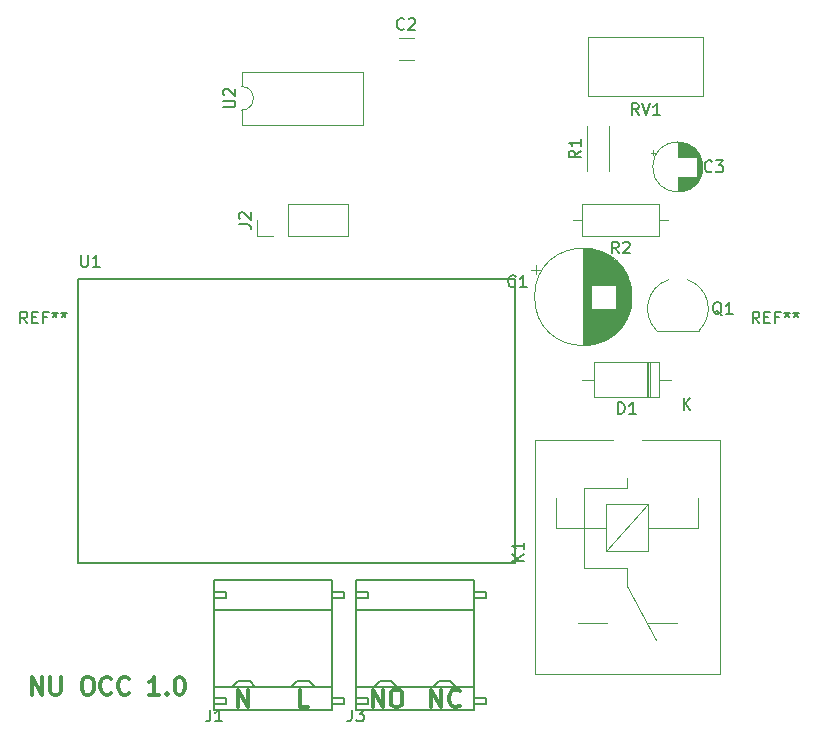
<source format=gto>
G04 #@! TF.GenerationSoftware,KiCad,Pcbnew,5.0.2-bee76a0~70~ubuntu18.04.1*
G04 #@! TF.CreationDate,2019-03-14T10:40:12+05:30*
G04 #@! TF.ProjectId,occupancy,6f636375-7061-46e6-9379-2e6b69636164,rev?*
G04 #@! TF.SameCoordinates,Original*
G04 #@! TF.FileFunction,Legend,Top*
G04 #@! TF.FilePolarity,Positive*
%FSLAX46Y46*%
G04 Gerber Fmt 4.6, Leading zero omitted, Abs format (unit mm)*
G04 Created by KiCad (PCBNEW 5.0.2-bee76a0~70~ubuntu18.04.1) date Thu Mar 14 10:40:12 2019*
%MOMM*%
%LPD*%
G01*
G04 APERTURE LIST*
%ADD10C,0.300000*%
%ADD11C,0.120000*%
%ADD12C,0.150000*%
G04 APERTURE END LIST*
D10*
X101571428Y-112178571D02*
X101571428Y-110678571D01*
X102428571Y-112178571D01*
X102428571Y-110678571D01*
X103142857Y-110678571D02*
X103142857Y-111892857D01*
X103214285Y-112035714D01*
X103285714Y-112107142D01*
X103428571Y-112178571D01*
X103714285Y-112178571D01*
X103857142Y-112107142D01*
X103928571Y-112035714D01*
X104000000Y-111892857D01*
X104000000Y-110678571D01*
X106142857Y-110678571D02*
X106428571Y-110678571D01*
X106571428Y-110750000D01*
X106714285Y-110892857D01*
X106785714Y-111178571D01*
X106785714Y-111678571D01*
X106714285Y-111964285D01*
X106571428Y-112107142D01*
X106428571Y-112178571D01*
X106142857Y-112178571D01*
X106000000Y-112107142D01*
X105857142Y-111964285D01*
X105785714Y-111678571D01*
X105785714Y-111178571D01*
X105857142Y-110892857D01*
X106000000Y-110750000D01*
X106142857Y-110678571D01*
X108285714Y-112035714D02*
X108214285Y-112107142D01*
X108000000Y-112178571D01*
X107857142Y-112178571D01*
X107642857Y-112107142D01*
X107500000Y-111964285D01*
X107428571Y-111821428D01*
X107357142Y-111535714D01*
X107357142Y-111321428D01*
X107428571Y-111035714D01*
X107500000Y-110892857D01*
X107642857Y-110750000D01*
X107857142Y-110678571D01*
X108000000Y-110678571D01*
X108214285Y-110750000D01*
X108285714Y-110821428D01*
X109785714Y-112035714D02*
X109714285Y-112107142D01*
X109500000Y-112178571D01*
X109357142Y-112178571D01*
X109142857Y-112107142D01*
X109000000Y-111964285D01*
X108928571Y-111821428D01*
X108857142Y-111535714D01*
X108857142Y-111321428D01*
X108928571Y-111035714D01*
X109000000Y-110892857D01*
X109142857Y-110750000D01*
X109357142Y-110678571D01*
X109500000Y-110678571D01*
X109714285Y-110750000D01*
X109785714Y-110821428D01*
X112357142Y-112178571D02*
X111500000Y-112178571D01*
X111928571Y-112178571D02*
X111928571Y-110678571D01*
X111785714Y-110892857D01*
X111642857Y-111035714D01*
X111500000Y-111107142D01*
X113000000Y-112035714D02*
X113071428Y-112107142D01*
X113000000Y-112178571D01*
X112928571Y-112107142D01*
X113000000Y-112035714D01*
X113000000Y-112178571D01*
X114000000Y-110678571D02*
X114142857Y-110678571D01*
X114285714Y-110750000D01*
X114357142Y-110821428D01*
X114428571Y-110964285D01*
X114500000Y-111250000D01*
X114500000Y-111607142D01*
X114428571Y-111892857D01*
X114357142Y-112035714D01*
X114285714Y-112107142D01*
X114142857Y-112178571D01*
X114000000Y-112178571D01*
X113857142Y-112107142D01*
X113785714Y-112035714D01*
X113714285Y-111892857D01*
X113642857Y-111607142D01*
X113642857Y-111250000D01*
X113714285Y-110964285D01*
X113785714Y-110821428D01*
X113857142Y-110750000D01*
X114000000Y-110678571D01*
X135371428Y-113248571D02*
X135371428Y-111748571D01*
X136228571Y-113248571D01*
X136228571Y-111748571D01*
X137800000Y-113105714D02*
X137728571Y-113177142D01*
X137514285Y-113248571D01*
X137371428Y-113248571D01*
X137157142Y-113177142D01*
X137014285Y-113034285D01*
X136942857Y-112891428D01*
X136871428Y-112605714D01*
X136871428Y-112391428D01*
X136942857Y-112105714D01*
X137014285Y-111962857D01*
X137157142Y-111820000D01*
X137371428Y-111748571D01*
X137514285Y-111748571D01*
X137728571Y-111820000D01*
X137800000Y-111891428D01*
X130435714Y-113248571D02*
X130435714Y-111748571D01*
X131292857Y-113248571D01*
X131292857Y-111748571D01*
X132292857Y-111748571D02*
X132578571Y-111748571D01*
X132721428Y-111820000D01*
X132864285Y-111962857D01*
X132935714Y-112248571D01*
X132935714Y-112748571D01*
X132864285Y-113034285D01*
X132721428Y-113177142D01*
X132578571Y-113248571D01*
X132292857Y-113248571D01*
X132150000Y-113177142D01*
X132007142Y-113034285D01*
X131935714Y-112748571D01*
X131935714Y-112248571D01*
X132007142Y-111962857D01*
X132150000Y-111820000D01*
X132292857Y-111748571D01*
X119031428Y-113248571D02*
X119031428Y-111748571D01*
X119888571Y-113248571D01*
X119888571Y-111748571D01*
X124954285Y-113248571D02*
X124240000Y-113248571D01*
X124240000Y-111748571D01*
D11*
G04 #@! TO.C,C1*
X144240302Y-75785000D02*
X144240302Y-76585000D01*
X143840302Y-76185000D02*
X144640302Y-76185000D01*
X152331000Y-77967000D02*
X152331000Y-79033000D01*
X152291000Y-77732000D02*
X152291000Y-79268000D01*
X152251000Y-77552000D02*
X152251000Y-79448000D01*
X152211000Y-77402000D02*
X152211000Y-79598000D01*
X152171000Y-77271000D02*
X152171000Y-79729000D01*
X152131000Y-77154000D02*
X152131000Y-79846000D01*
X152091000Y-77047000D02*
X152091000Y-79953000D01*
X152051000Y-76948000D02*
X152051000Y-80052000D01*
X152011000Y-76855000D02*
X152011000Y-80145000D01*
X151971000Y-76769000D02*
X151971000Y-80231000D01*
X151931000Y-76687000D02*
X151931000Y-80313000D01*
X151891000Y-76610000D02*
X151891000Y-80390000D01*
X151851000Y-76536000D02*
X151851000Y-80464000D01*
X151811000Y-76466000D02*
X151811000Y-80534000D01*
X151771000Y-76398000D02*
X151771000Y-80602000D01*
X151731000Y-76334000D02*
X151731000Y-80666000D01*
X151691000Y-76272000D02*
X151691000Y-80728000D01*
X151651000Y-76213000D02*
X151651000Y-80787000D01*
X151611000Y-76155000D02*
X151611000Y-80845000D01*
X151571000Y-76100000D02*
X151571000Y-80900000D01*
X151531000Y-76046000D02*
X151531000Y-80954000D01*
X151491000Y-75995000D02*
X151491000Y-81005000D01*
X151451000Y-75944000D02*
X151451000Y-81056000D01*
X151411000Y-75896000D02*
X151411000Y-81104000D01*
X151371000Y-75849000D02*
X151371000Y-81151000D01*
X151331000Y-75803000D02*
X151331000Y-81197000D01*
X151291000Y-75759000D02*
X151291000Y-81241000D01*
X151251000Y-75716000D02*
X151251000Y-81284000D01*
X151211000Y-75674000D02*
X151211000Y-81326000D01*
X151171000Y-75633000D02*
X151171000Y-81367000D01*
X151131000Y-75593000D02*
X151131000Y-81407000D01*
X151091000Y-75555000D02*
X151091000Y-81445000D01*
X151051000Y-75517000D02*
X151051000Y-81483000D01*
X151011000Y-79540000D02*
X151011000Y-81519000D01*
X151011000Y-75481000D02*
X151011000Y-77460000D01*
X150971000Y-79540000D02*
X150971000Y-81555000D01*
X150971000Y-75445000D02*
X150971000Y-77460000D01*
X150931000Y-79540000D02*
X150931000Y-81590000D01*
X150931000Y-75410000D02*
X150931000Y-77460000D01*
X150891000Y-79540000D02*
X150891000Y-81624000D01*
X150891000Y-75376000D02*
X150891000Y-77460000D01*
X150851000Y-79540000D02*
X150851000Y-81656000D01*
X150851000Y-75344000D02*
X150851000Y-77460000D01*
X150811000Y-79540000D02*
X150811000Y-81689000D01*
X150811000Y-75311000D02*
X150811000Y-77460000D01*
X150771000Y-79540000D02*
X150771000Y-81720000D01*
X150771000Y-75280000D02*
X150771000Y-77460000D01*
X150731000Y-79540000D02*
X150731000Y-81750000D01*
X150731000Y-75250000D02*
X150731000Y-77460000D01*
X150691000Y-79540000D02*
X150691000Y-81780000D01*
X150691000Y-75220000D02*
X150691000Y-77460000D01*
X150651000Y-79540000D02*
X150651000Y-81809000D01*
X150651000Y-75191000D02*
X150651000Y-77460000D01*
X150611000Y-79540000D02*
X150611000Y-81838000D01*
X150611000Y-75162000D02*
X150611000Y-77460000D01*
X150571000Y-79540000D02*
X150571000Y-81865000D01*
X150571000Y-75135000D02*
X150571000Y-77460000D01*
X150531000Y-79540000D02*
X150531000Y-81892000D01*
X150531000Y-75108000D02*
X150531000Y-77460000D01*
X150491000Y-79540000D02*
X150491000Y-81918000D01*
X150491000Y-75082000D02*
X150491000Y-77460000D01*
X150451000Y-79540000D02*
X150451000Y-81944000D01*
X150451000Y-75056000D02*
X150451000Y-77460000D01*
X150411000Y-79540000D02*
X150411000Y-81969000D01*
X150411000Y-75031000D02*
X150411000Y-77460000D01*
X150371000Y-79540000D02*
X150371000Y-81993000D01*
X150371000Y-75007000D02*
X150371000Y-77460000D01*
X150331000Y-79540000D02*
X150331000Y-82017000D01*
X150331000Y-74983000D02*
X150331000Y-77460000D01*
X150291000Y-79540000D02*
X150291000Y-82040000D01*
X150291000Y-74960000D02*
X150291000Y-77460000D01*
X150251000Y-79540000D02*
X150251000Y-82062000D01*
X150251000Y-74938000D02*
X150251000Y-77460000D01*
X150211000Y-79540000D02*
X150211000Y-82084000D01*
X150211000Y-74916000D02*
X150211000Y-77460000D01*
X150171000Y-79540000D02*
X150171000Y-82106000D01*
X150171000Y-74894000D02*
X150171000Y-77460000D01*
X150131000Y-79540000D02*
X150131000Y-82127000D01*
X150131000Y-74873000D02*
X150131000Y-77460000D01*
X150091000Y-79540000D02*
X150091000Y-82147000D01*
X150091000Y-74853000D02*
X150091000Y-77460000D01*
X150051000Y-79540000D02*
X150051000Y-82166000D01*
X150051000Y-74834000D02*
X150051000Y-77460000D01*
X150011000Y-79540000D02*
X150011000Y-82186000D01*
X150011000Y-74814000D02*
X150011000Y-77460000D01*
X149971000Y-79540000D02*
X149971000Y-82204000D01*
X149971000Y-74796000D02*
X149971000Y-77460000D01*
X149931000Y-79540000D02*
X149931000Y-82222000D01*
X149931000Y-74778000D02*
X149931000Y-77460000D01*
X149891000Y-79540000D02*
X149891000Y-82240000D01*
X149891000Y-74760000D02*
X149891000Y-77460000D01*
X149851000Y-79540000D02*
X149851000Y-82257000D01*
X149851000Y-74743000D02*
X149851000Y-77460000D01*
X149811000Y-79540000D02*
X149811000Y-82274000D01*
X149811000Y-74726000D02*
X149811000Y-77460000D01*
X149771000Y-79540000D02*
X149771000Y-82290000D01*
X149771000Y-74710000D02*
X149771000Y-77460000D01*
X149731000Y-79540000D02*
X149731000Y-82305000D01*
X149731000Y-74695000D02*
X149731000Y-77460000D01*
X149691000Y-79540000D02*
X149691000Y-82321000D01*
X149691000Y-74679000D02*
X149691000Y-77460000D01*
X149651000Y-79540000D02*
X149651000Y-82335000D01*
X149651000Y-74665000D02*
X149651000Y-77460000D01*
X149611000Y-79540000D02*
X149611000Y-82350000D01*
X149611000Y-74650000D02*
X149611000Y-77460000D01*
X149571000Y-79540000D02*
X149571000Y-82363000D01*
X149571000Y-74637000D02*
X149571000Y-77460000D01*
X149531000Y-79540000D02*
X149531000Y-82377000D01*
X149531000Y-74623000D02*
X149531000Y-77460000D01*
X149491000Y-79540000D02*
X149491000Y-82389000D01*
X149491000Y-74611000D02*
X149491000Y-77460000D01*
X149451000Y-79540000D02*
X149451000Y-82402000D01*
X149451000Y-74598000D02*
X149451000Y-77460000D01*
X149411000Y-79540000D02*
X149411000Y-82414000D01*
X149411000Y-74586000D02*
X149411000Y-77460000D01*
X149371000Y-79540000D02*
X149371000Y-82425000D01*
X149371000Y-74575000D02*
X149371000Y-77460000D01*
X149331000Y-79540000D02*
X149331000Y-82436000D01*
X149331000Y-74564000D02*
X149331000Y-77460000D01*
X149291000Y-79540000D02*
X149291000Y-82447000D01*
X149291000Y-74553000D02*
X149291000Y-77460000D01*
X149251000Y-79540000D02*
X149251000Y-82457000D01*
X149251000Y-74543000D02*
X149251000Y-77460000D01*
X149211000Y-79540000D02*
X149211000Y-82467000D01*
X149211000Y-74533000D02*
X149211000Y-77460000D01*
X149171000Y-79540000D02*
X149171000Y-82476000D01*
X149171000Y-74524000D02*
X149171000Y-77460000D01*
X149131000Y-79540000D02*
X149131000Y-82485000D01*
X149131000Y-74515000D02*
X149131000Y-77460000D01*
X149091000Y-79540000D02*
X149091000Y-82494000D01*
X149091000Y-74506000D02*
X149091000Y-77460000D01*
X149051000Y-79540000D02*
X149051000Y-82502000D01*
X149051000Y-74498000D02*
X149051000Y-77460000D01*
X149011000Y-79540000D02*
X149011000Y-82510000D01*
X149011000Y-74490000D02*
X149011000Y-77460000D01*
X148971000Y-79540000D02*
X148971000Y-82517000D01*
X148971000Y-74483000D02*
X148971000Y-77460000D01*
X148930000Y-74476000D02*
X148930000Y-82524000D01*
X148890000Y-74470000D02*
X148890000Y-82530000D01*
X148850000Y-74463000D02*
X148850000Y-82537000D01*
X148810000Y-74458000D02*
X148810000Y-82542000D01*
X148770000Y-74452000D02*
X148770000Y-82548000D01*
X148730000Y-74448000D02*
X148730000Y-82552000D01*
X148690000Y-74443000D02*
X148690000Y-82557000D01*
X148650000Y-74439000D02*
X148650000Y-82561000D01*
X148610000Y-74435000D02*
X148610000Y-82565000D01*
X148570000Y-74432000D02*
X148570000Y-82568000D01*
X148530000Y-74429000D02*
X148530000Y-82571000D01*
X148490000Y-74426000D02*
X148490000Y-82574000D01*
X148450000Y-74424000D02*
X148450000Y-82576000D01*
X148410000Y-74423000D02*
X148410000Y-82577000D01*
X148370000Y-74421000D02*
X148370000Y-82579000D01*
X148330000Y-74420000D02*
X148330000Y-82580000D01*
X148290000Y-74420000D02*
X148290000Y-82580000D01*
X148250000Y-74420000D02*
X148250000Y-82580000D01*
X152370000Y-78500000D02*
G75*
G03X152370000Y-78500000I-4120000J0D01*
G01*
G04 #@! TO.C,C2*
X132621000Y-58420000D02*
X133879000Y-58420000D01*
X132621000Y-56580000D02*
X133879000Y-56580000D01*
G04 #@! TO.C,C3*
X154180199Y-66105000D02*
X154180199Y-66505000D01*
X153980199Y-66305000D02*
X154380199Y-66305000D01*
X158331000Y-67130000D02*
X158331000Y-67870000D01*
X158291000Y-66963000D02*
X158291000Y-68037000D01*
X158251000Y-66836000D02*
X158251000Y-68164000D01*
X158211000Y-66732000D02*
X158211000Y-68268000D01*
X158171000Y-66641000D02*
X158171000Y-68359000D01*
X158131000Y-66560000D02*
X158131000Y-68440000D01*
X158091000Y-66487000D02*
X158091000Y-68513000D01*
X158051000Y-66420000D02*
X158051000Y-68580000D01*
X158011000Y-66358000D02*
X158011000Y-68642000D01*
X157971000Y-66300000D02*
X157971000Y-68700000D01*
X157931000Y-66246000D02*
X157931000Y-68754000D01*
X157891000Y-66196000D02*
X157891000Y-68804000D01*
X157851000Y-66149000D02*
X157851000Y-68851000D01*
X157811000Y-68340000D02*
X157811000Y-68896000D01*
X157811000Y-66104000D02*
X157811000Y-66660000D01*
X157771000Y-68340000D02*
X157771000Y-68938000D01*
X157771000Y-66062000D02*
X157771000Y-66660000D01*
X157731000Y-68340000D02*
X157731000Y-68978000D01*
X157731000Y-66022000D02*
X157731000Y-66660000D01*
X157691000Y-68340000D02*
X157691000Y-69016000D01*
X157691000Y-65984000D02*
X157691000Y-66660000D01*
X157651000Y-68340000D02*
X157651000Y-69052000D01*
X157651000Y-65948000D02*
X157651000Y-66660000D01*
X157611000Y-68340000D02*
X157611000Y-69087000D01*
X157611000Y-65913000D02*
X157611000Y-66660000D01*
X157571000Y-68340000D02*
X157571000Y-69119000D01*
X157571000Y-65881000D02*
X157571000Y-66660000D01*
X157531000Y-68340000D02*
X157531000Y-69150000D01*
X157531000Y-65850000D02*
X157531000Y-66660000D01*
X157491000Y-68340000D02*
X157491000Y-69180000D01*
X157491000Y-65820000D02*
X157491000Y-66660000D01*
X157451000Y-68340000D02*
X157451000Y-69208000D01*
X157451000Y-65792000D02*
X157451000Y-66660000D01*
X157411000Y-68340000D02*
X157411000Y-69235000D01*
X157411000Y-65765000D02*
X157411000Y-66660000D01*
X157371000Y-68340000D02*
X157371000Y-69260000D01*
X157371000Y-65740000D02*
X157371000Y-66660000D01*
X157331000Y-68340000D02*
X157331000Y-69285000D01*
X157331000Y-65715000D02*
X157331000Y-66660000D01*
X157291000Y-68340000D02*
X157291000Y-69308000D01*
X157291000Y-65692000D02*
X157291000Y-66660000D01*
X157251000Y-68340000D02*
X157251000Y-69330000D01*
X157251000Y-65670000D02*
X157251000Y-66660000D01*
X157211000Y-68340000D02*
X157211000Y-69351000D01*
X157211000Y-65649000D02*
X157211000Y-66660000D01*
X157171000Y-68340000D02*
X157171000Y-69370000D01*
X157171000Y-65630000D02*
X157171000Y-66660000D01*
X157131000Y-68340000D02*
X157131000Y-69389000D01*
X157131000Y-65611000D02*
X157131000Y-66660000D01*
X157091000Y-68340000D02*
X157091000Y-69407000D01*
X157091000Y-65593000D02*
X157091000Y-66660000D01*
X157051000Y-68340000D02*
X157051000Y-69424000D01*
X157051000Y-65576000D02*
X157051000Y-66660000D01*
X157011000Y-68340000D02*
X157011000Y-69440000D01*
X157011000Y-65560000D02*
X157011000Y-66660000D01*
X156971000Y-68340000D02*
X156971000Y-69454000D01*
X156971000Y-65546000D02*
X156971000Y-66660000D01*
X156930000Y-68340000D02*
X156930000Y-69468000D01*
X156930000Y-65532000D02*
X156930000Y-66660000D01*
X156890000Y-68340000D02*
X156890000Y-69482000D01*
X156890000Y-65518000D02*
X156890000Y-66660000D01*
X156850000Y-68340000D02*
X156850000Y-69494000D01*
X156850000Y-65506000D02*
X156850000Y-66660000D01*
X156810000Y-68340000D02*
X156810000Y-69505000D01*
X156810000Y-65495000D02*
X156810000Y-66660000D01*
X156770000Y-68340000D02*
X156770000Y-69516000D01*
X156770000Y-65484000D02*
X156770000Y-66660000D01*
X156730000Y-68340000D02*
X156730000Y-69525000D01*
X156730000Y-65475000D02*
X156730000Y-66660000D01*
X156690000Y-68340000D02*
X156690000Y-69534000D01*
X156690000Y-65466000D02*
X156690000Y-66660000D01*
X156650000Y-68340000D02*
X156650000Y-69542000D01*
X156650000Y-65458000D02*
X156650000Y-66660000D01*
X156610000Y-68340000D02*
X156610000Y-69550000D01*
X156610000Y-65450000D02*
X156610000Y-66660000D01*
X156570000Y-68340000D02*
X156570000Y-69556000D01*
X156570000Y-65444000D02*
X156570000Y-66660000D01*
X156530000Y-68340000D02*
X156530000Y-69562000D01*
X156530000Y-65438000D02*
X156530000Y-66660000D01*
X156490000Y-68340000D02*
X156490000Y-69567000D01*
X156490000Y-65433000D02*
X156490000Y-66660000D01*
X156450000Y-68340000D02*
X156450000Y-69571000D01*
X156450000Y-65429000D02*
X156450000Y-66660000D01*
X156410000Y-68340000D02*
X156410000Y-69574000D01*
X156410000Y-65426000D02*
X156410000Y-66660000D01*
X156370000Y-68340000D02*
X156370000Y-69577000D01*
X156370000Y-65423000D02*
X156370000Y-66660000D01*
X156330000Y-65421000D02*
X156330000Y-66660000D01*
X156330000Y-68340000D02*
X156330000Y-69579000D01*
X156290000Y-65420000D02*
X156290000Y-66660000D01*
X156290000Y-68340000D02*
X156290000Y-69580000D01*
X156250000Y-65420000D02*
X156250000Y-66660000D01*
X156250000Y-68340000D02*
X156250000Y-69580000D01*
X158370000Y-67500000D02*
G75*
G03X158370000Y-67500000I-2120000J0D01*
G01*
G04 #@! TO.C,D1*
X153860000Y-86970000D02*
X153860000Y-84030000D01*
X153620000Y-86970000D02*
X153620000Y-84030000D01*
X153740000Y-86970000D02*
X153740000Y-84030000D01*
X148180000Y-85500000D02*
X149200000Y-85500000D01*
X155660000Y-85500000D02*
X154640000Y-85500000D01*
X149200000Y-86970000D02*
X154640000Y-86970000D01*
X149200000Y-84030000D02*
X149200000Y-86970000D01*
X154640000Y-84030000D02*
X149200000Y-84030000D01*
X154640000Y-86970000D02*
X154640000Y-84030000D01*
G04 #@! TO.C,J2*
X120630000Y-73330000D02*
X120630000Y-72000000D01*
X121960000Y-73330000D02*
X120630000Y-73330000D01*
X123230000Y-73330000D02*
X123230000Y-70670000D01*
X123230000Y-70670000D02*
X128370000Y-70670000D01*
X123230000Y-73330000D02*
X128370000Y-73330000D01*
X128370000Y-73330000D02*
X128370000Y-70670000D01*
G04 #@! TO.C,K1*
X150150000Y-100050000D02*
X150150000Y-96050000D01*
X153750000Y-100050000D02*
X150150000Y-100050000D01*
X153750000Y-96050000D02*
X153750000Y-100050000D01*
X150150000Y-96050000D02*
X153750000Y-96050000D01*
X150150000Y-100050000D02*
X153750000Y-96050000D01*
X150150000Y-98050000D02*
X145950000Y-98050000D01*
X157950000Y-98050000D02*
X153750000Y-98050000D01*
X151950000Y-94650000D02*
X148350000Y-94650000D01*
X151950000Y-101450000D02*
X148350000Y-101450000D01*
X148350000Y-101450000D02*
X148350000Y-94650000D01*
X151950000Y-102950000D02*
X154450000Y-107550000D01*
X151950000Y-101450000D02*
X151950000Y-102950000D01*
X157950000Y-98050000D02*
X157950000Y-95550000D01*
X151950000Y-94650000D02*
X151950000Y-93850000D01*
X145950000Y-95550000D02*
X145950000Y-98050000D01*
X156200000Y-106150000D02*
X153700000Y-106150000D01*
X147800000Y-106150000D02*
X150250000Y-106150000D01*
X144200000Y-110400000D02*
X144200000Y-90600000D01*
X159800000Y-110400000D02*
X144200000Y-110400000D01*
X159800000Y-90600000D02*
X159800000Y-110400000D01*
X159800000Y-90600000D02*
X153200000Y-90600000D01*
X150800000Y-90600000D02*
X144200000Y-90600000D01*
G04 #@! TO.C,Q1*
X158078445Y-81327684D02*
G75*
G03X157050000Y-77050000I-1808445J1827684D01*
G01*
X154458125Y-81341741D02*
G75*
G02X155450000Y-77050000I1811875J1841741D01*
G01*
X154470000Y-81350000D02*
X158070000Y-81350000D01*
G04 #@! TO.C,RV1*
X148655000Y-61530000D02*
X148655000Y-56460000D01*
X158425000Y-61530000D02*
X158425000Y-56460000D01*
X158425000Y-56460000D02*
X148655000Y-56460000D01*
X158425000Y-61530000D02*
X148655000Y-61530000D01*
G04 #@! TO.C,U2*
X119320000Y-59440000D02*
X119320000Y-60690000D01*
X129600000Y-59440000D02*
X119320000Y-59440000D01*
X129600000Y-63940000D02*
X129600000Y-59440000D01*
X119320000Y-63940000D02*
X129600000Y-63940000D01*
X119320000Y-62690000D02*
X119320000Y-63940000D01*
X119320000Y-60690000D02*
G75*
G02X119320000Y-62690000I0J-1000000D01*
G01*
G04 #@! TO.C,R2*
X147380000Y-72000000D02*
X148150000Y-72000000D01*
X155460000Y-72000000D02*
X154690000Y-72000000D01*
X148150000Y-73370000D02*
X154690000Y-73370000D01*
X148150000Y-70630000D02*
X148150000Y-73370000D01*
X154690000Y-70630000D02*
X148150000Y-70630000D01*
X154690000Y-73370000D02*
X154690000Y-70630000D01*
G04 #@! TO.C,R1*
X150420000Y-67880000D02*
X150420000Y-64040000D01*
X148580000Y-67880000D02*
X148580000Y-64040000D01*
D12*
G04 #@! TO.C,J1*
X125000000Y-111000000D02*
X125500000Y-111500000D01*
X124000000Y-111000000D02*
X125000000Y-111000000D01*
X123500000Y-111500000D02*
X124000000Y-111000000D01*
X120000000Y-111000000D02*
X120500000Y-111500000D01*
X119000000Y-111000000D02*
X120000000Y-111000000D01*
X118500000Y-111500000D02*
X119000000Y-111000000D01*
X117000000Y-113500000D02*
X117000000Y-102500000D01*
X117000000Y-102500000D02*
X127000000Y-102500000D01*
X127000000Y-102500000D02*
X127000000Y-113500000D01*
X127000000Y-113500000D02*
X117000000Y-113500000D01*
X117000000Y-111500000D02*
X127000000Y-111500000D01*
X117000000Y-105000000D02*
X127000000Y-105000000D01*
X127000000Y-103500000D02*
X128000000Y-103500000D01*
X128000000Y-103500000D02*
X128000000Y-104000000D01*
X128000000Y-104000000D02*
X127000000Y-104000000D01*
X117000000Y-103500000D02*
X118000000Y-103500000D01*
X118000000Y-103500000D02*
X118000000Y-104000000D01*
X118000000Y-104000000D02*
X117000000Y-104000000D01*
X127000000Y-112500000D02*
X128000000Y-112500000D01*
X128000000Y-112500000D02*
X128000000Y-113000000D01*
X128000000Y-113000000D02*
X127000000Y-113000000D01*
X117000000Y-112500000D02*
X118000000Y-112500000D01*
X118000000Y-112500000D02*
X118000000Y-113000000D01*
X118000000Y-113000000D02*
X117000000Y-113000000D01*
G04 #@! TO.C,J3*
X137000000Y-111000000D02*
X137500000Y-111500000D01*
X136000000Y-111000000D02*
X137000000Y-111000000D01*
X135500000Y-111500000D02*
X136000000Y-111000000D01*
X132000000Y-111000000D02*
X132500000Y-111500000D01*
X131000000Y-111000000D02*
X132000000Y-111000000D01*
X130500000Y-111500000D02*
X131000000Y-111000000D01*
X129000000Y-113500000D02*
X129000000Y-102500000D01*
X129000000Y-102500000D02*
X139000000Y-102500000D01*
X139000000Y-102500000D02*
X139000000Y-113500000D01*
X139000000Y-113500000D02*
X129000000Y-113500000D01*
X129000000Y-111500000D02*
X139000000Y-111500000D01*
X129000000Y-105000000D02*
X139000000Y-105000000D01*
X139000000Y-103500000D02*
X140000000Y-103500000D01*
X140000000Y-103500000D02*
X140000000Y-104000000D01*
X140000000Y-104000000D02*
X139000000Y-104000000D01*
X129000000Y-103500000D02*
X130000000Y-103500000D01*
X130000000Y-103500000D02*
X130000000Y-104000000D01*
X130000000Y-104000000D02*
X129000000Y-104000000D01*
X139000000Y-112500000D02*
X140000000Y-112500000D01*
X140000000Y-112500000D02*
X140000000Y-113000000D01*
X140000000Y-113000000D02*
X139000000Y-113000000D01*
X129000000Y-112500000D02*
X130000000Y-112500000D01*
X130000000Y-112500000D02*
X130000000Y-113000000D01*
X130000000Y-113000000D02*
X129000000Y-113000000D01*
G04 #@! TO.C,U1*
X105500000Y-101000000D02*
X142500000Y-101000000D01*
X142500000Y-101000000D02*
X142500000Y-77000000D01*
X142500000Y-77000000D02*
X105500000Y-77000000D01*
X105500000Y-77000000D02*
X105500000Y-101000000D01*
G04 #@! TO.C,C1*
X142523333Y-77587142D02*
X142475714Y-77634761D01*
X142332857Y-77682380D01*
X142237619Y-77682380D01*
X142094761Y-77634761D01*
X141999523Y-77539523D01*
X141951904Y-77444285D01*
X141904285Y-77253809D01*
X141904285Y-77110952D01*
X141951904Y-76920476D01*
X141999523Y-76825238D01*
X142094761Y-76730000D01*
X142237619Y-76682380D01*
X142332857Y-76682380D01*
X142475714Y-76730000D01*
X142523333Y-76777619D01*
X143475714Y-77682380D02*
X142904285Y-77682380D01*
X143190000Y-77682380D02*
X143190000Y-76682380D01*
X143094761Y-76825238D01*
X142999523Y-76920476D01*
X142904285Y-76968095D01*
G04 #@! TO.C,C2*
X133083333Y-55807142D02*
X133035714Y-55854761D01*
X132892857Y-55902380D01*
X132797619Y-55902380D01*
X132654761Y-55854761D01*
X132559523Y-55759523D01*
X132511904Y-55664285D01*
X132464285Y-55473809D01*
X132464285Y-55330952D01*
X132511904Y-55140476D01*
X132559523Y-55045238D01*
X132654761Y-54950000D01*
X132797619Y-54902380D01*
X132892857Y-54902380D01*
X133035714Y-54950000D01*
X133083333Y-54997619D01*
X133464285Y-54997619D02*
X133511904Y-54950000D01*
X133607142Y-54902380D01*
X133845238Y-54902380D01*
X133940476Y-54950000D01*
X133988095Y-54997619D01*
X134035714Y-55092857D01*
X134035714Y-55188095D01*
X133988095Y-55330952D01*
X133416666Y-55902380D01*
X134035714Y-55902380D01*
G04 #@! TO.C,C3*
X159143333Y-67857142D02*
X159095714Y-67904761D01*
X158952857Y-67952380D01*
X158857619Y-67952380D01*
X158714761Y-67904761D01*
X158619523Y-67809523D01*
X158571904Y-67714285D01*
X158524285Y-67523809D01*
X158524285Y-67380952D01*
X158571904Y-67190476D01*
X158619523Y-67095238D01*
X158714761Y-67000000D01*
X158857619Y-66952380D01*
X158952857Y-66952380D01*
X159095714Y-67000000D01*
X159143333Y-67047619D01*
X159476666Y-66952380D02*
X160095714Y-66952380D01*
X159762380Y-67333333D01*
X159905238Y-67333333D01*
X160000476Y-67380952D01*
X160048095Y-67428571D01*
X160095714Y-67523809D01*
X160095714Y-67761904D01*
X160048095Y-67857142D01*
X160000476Y-67904761D01*
X159905238Y-67952380D01*
X159619523Y-67952380D01*
X159524285Y-67904761D01*
X159476666Y-67857142D01*
G04 #@! TO.C,D1*
X151181904Y-88422380D02*
X151181904Y-87422380D01*
X151420000Y-87422380D01*
X151562857Y-87470000D01*
X151658095Y-87565238D01*
X151705714Y-87660476D01*
X151753333Y-87850952D01*
X151753333Y-87993809D01*
X151705714Y-88184285D01*
X151658095Y-88279523D01*
X151562857Y-88374761D01*
X151420000Y-88422380D01*
X151181904Y-88422380D01*
X152705714Y-88422380D02*
X152134285Y-88422380D01*
X152420000Y-88422380D02*
X152420000Y-87422380D01*
X152324761Y-87565238D01*
X152229523Y-87660476D01*
X152134285Y-87708095D01*
X156738095Y-88052380D02*
X156738095Y-87052380D01*
X157309523Y-88052380D02*
X156880952Y-87480952D01*
X157309523Y-87052380D02*
X156738095Y-87623809D01*
G04 #@! TO.C,J2*
X119082380Y-72333333D02*
X119796666Y-72333333D01*
X119939523Y-72380952D01*
X120034761Y-72476190D01*
X120082380Y-72619047D01*
X120082380Y-72714285D01*
X119177619Y-71904761D02*
X119130000Y-71857142D01*
X119082380Y-71761904D01*
X119082380Y-71523809D01*
X119130000Y-71428571D01*
X119177619Y-71380952D01*
X119272857Y-71333333D01*
X119368095Y-71333333D01*
X119510952Y-71380952D01*
X120082380Y-71952380D01*
X120082380Y-71333333D01*
G04 #@! TO.C,K1*
X143252380Y-100838095D02*
X142252380Y-100838095D01*
X143252380Y-100266666D02*
X142680952Y-100695238D01*
X142252380Y-100266666D02*
X142823809Y-100838095D01*
X143252380Y-99314285D02*
X143252380Y-99885714D01*
X143252380Y-99600000D02*
X142252380Y-99600000D01*
X142395238Y-99695238D01*
X142490476Y-99790476D01*
X142538095Y-99885714D01*
G04 #@! TO.C,Q1*
X159984761Y-80047619D02*
X159889523Y-80000000D01*
X159794285Y-79904761D01*
X159651428Y-79761904D01*
X159556190Y-79714285D01*
X159460952Y-79714285D01*
X159508571Y-79952380D02*
X159413333Y-79904761D01*
X159318095Y-79809523D01*
X159270476Y-79619047D01*
X159270476Y-79285714D01*
X159318095Y-79095238D01*
X159413333Y-79000000D01*
X159508571Y-78952380D01*
X159699047Y-78952380D01*
X159794285Y-79000000D01*
X159889523Y-79095238D01*
X159937142Y-79285714D01*
X159937142Y-79619047D01*
X159889523Y-79809523D01*
X159794285Y-79904761D01*
X159699047Y-79952380D01*
X159508571Y-79952380D01*
X160889523Y-79952380D02*
X160318095Y-79952380D01*
X160603809Y-79952380D02*
X160603809Y-78952380D01*
X160508571Y-79095238D01*
X160413333Y-79190476D01*
X160318095Y-79238095D01*
G04 #@! TO.C,RV1*
X152944761Y-63112380D02*
X152611428Y-62636190D01*
X152373333Y-63112380D02*
X152373333Y-62112380D01*
X152754285Y-62112380D01*
X152849523Y-62160000D01*
X152897142Y-62207619D01*
X152944761Y-62302857D01*
X152944761Y-62445714D01*
X152897142Y-62540952D01*
X152849523Y-62588571D01*
X152754285Y-62636190D01*
X152373333Y-62636190D01*
X153230476Y-62112380D02*
X153563809Y-63112380D01*
X153897142Y-62112380D01*
X154754285Y-63112380D02*
X154182857Y-63112380D01*
X154468571Y-63112380D02*
X154468571Y-62112380D01*
X154373333Y-62255238D01*
X154278095Y-62350476D01*
X154182857Y-62398095D01*
G04 #@! TO.C,U2*
X117772380Y-62451904D02*
X118581904Y-62451904D01*
X118677142Y-62404285D01*
X118724761Y-62356666D01*
X118772380Y-62261428D01*
X118772380Y-62070952D01*
X118724761Y-61975714D01*
X118677142Y-61928095D01*
X118581904Y-61880476D01*
X117772380Y-61880476D01*
X117867619Y-61451904D02*
X117820000Y-61404285D01*
X117772380Y-61309047D01*
X117772380Y-61070952D01*
X117820000Y-60975714D01*
X117867619Y-60928095D01*
X117962857Y-60880476D01*
X118058095Y-60880476D01*
X118200952Y-60928095D01*
X118772380Y-61499523D01*
X118772380Y-60880476D01*
G04 #@! TO.C,R2*
X151253333Y-74822380D02*
X150920000Y-74346190D01*
X150681904Y-74822380D02*
X150681904Y-73822380D01*
X151062857Y-73822380D01*
X151158095Y-73870000D01*
X151205714Y-73917619D01*
X151253333Y-74012857D01*
X151253333Y-74155714D01*
X151205714Y-74250952D01*
X151158095Y-74298571D01*
X151062857Y-74346190D01*
X150681904Y-74346190D01*
X151634285Y-73917619D02*
X151681904Y-73870000D01*
X151777142Y-73822380D01*
X152015238Y-73822380D01*
X152110476Y-73870000D01*
X152158095Y-73917619D01*
X152205714Y-74012857D01*
X152205714Y-74108095D01*
X152158095Y-74250952D01*
X151586666Y-74822380D01*
X152205714Y-74822380D01*
G04 #@! TO.C,R1*
X148032380Y-66126666D02*
X147556190Y-66460000D01*
X148032380Y-66698095D02*
X147032380Y-66698095D01*
X147032380Y-66317142D01*
X147080000Y-66221904D01*
X147127619Y-66174285D01*
X147222857Y-66126666D01*
X147365714Y-66126666D01*
X147460952Y-66174285D01*
X147508571Y-66221904D01*
X147556190Y-66317142D01*
X147556190Y-66698095D01*
X148032380Y-65174285D02*
X148032380Y-65745714D01*
X148032380Y-65460000D02*
X147032380Y-65460000D01*
X147175238Y-65555238D01*
X147270476Y-65650476D01*
X147318095Y-65745714D01*
G04 #@! TO.C,J1*
X116666666Y-113452380D02*
X116666666Y-114166666D01*
X116619047Y-114309523D01*
X116523809Y-114404761D01*
X116380952Y-114452380D01*
X116285714Y-114452380D01*
X117666666Y-114452380D02*
X117095238Y-114452380D01*
X117380952Y-114452380D02*
X117380952Y-113452380D01*
X117285714Y-113595238D01*
X117190476Y-113690476D01*
X117095238Y-113738095D01*
G04 #@! TO.C,J3*
X128666666Y-113452380D02*
X128666666Y-114166666D01*
X128619047Y-114309523D01*
X128523809Y-114404761D01*
X128380952Y-114452380D01*
X128285714Y-114452380D01*
X129047619Y-113452380D02*
X129666666Y-113452380D01*
X129333333Y-113833333D01*
X129476190Y-113833333D01*
X129571428Y-113880952D01*
X129619047Y-113928571D01*
X129666666Y-114023809D01*
X129666666Y-114261904D01*
X129619047Y-114357142D01*
X129571428Y-114404761D01*
X129476190Y-114452380D01*
X129190476Y-114452380D01*
X129095238Y-114404761D01*
X129047619Y-114357142D01*
G04 #@! TO.C,U1*
X105738095Y-74952380D02*
X105738095Y-75761904D01*
X105785714Y-75857142D01*
X105833333Y-75904761D01*
X105928571Y-75952380D01*
X106119047Y-75952380D01*
X106214285Y-75904761D01*
X106261904Y-75857142D01*
X106309523Y-75761904D01*
X106309523Y-74952380D01*
X107309523Y-75952380D02*
X106738095Y-75952380D01*
X107023809Y-75952380D02*
X107023809Y-74952380D01*
X106928571Y-75095238D01*
X106833333Y-75190476D01*
X106738095Y-75238095D01*
G04 #@! TO.C,REF\002A\002A*
X163166666Y-80752380D02*
X162833333Y-80276190D01*
X162595238Y-80752380D02*
X162595238Y-79752380D01*
X162976190Y-79752380D01*
X163071428Y-79800000D01*
X163119047Y-79847619D01*
X163166666Y-79942857D01*
X163166666Y-80085714D01*
X163119047Y-80180952D01*
X163071428Y-80228571D01*
X162976190Y-80276190D01*
X162595238Y-80276190D01*
X163595238Y-80228571D02*
X163928571Y-80228571D01*
X164071428Y-80752380D02*
X163595238Y-80752380D01*
X163595238Y-79752380D01*
X164071428Y-79752380D01*
X164833333Y-80228571D02*
X164500000Y-80228571D01*
X164500000Y-80752380D02*
X164500000Y-79752380D01*
X164976190Y-79752380D01*
X165500000Y-79752380D02*
X165500000Y-79990476D01*
X165261904Y-79895238D02*
X165500000Y-79990476D01*
X165738095Y-79895238D01*
X165357142Y-80180952D02*
X165500000Y-79990476D01*
X165642857Y-80180952D01*
X166261904Y-79752380D02*
X166261904Y-79990476D01*
X166023809Y-79895238D02*
X166261904Y-79990476D01*
X166500000Y-79895238D01*
X166119047Y-80180952D02*
X166261904Y-79990476D01*
X166404761Y-80180952D01*
X101166666Y-80752380D02*
X100833333Y-80276190D01*
X100595238Y-80752380D02*
X100595238Y-79752380D01*
X100976190Y-79752380D01*
X101071428Y-79800000D01*
X101119047Y-79847619D01*
X101166666Y-79942857D01*
X101166666Y-80085714D01*
X101119047Y-80180952D01*
X101071428Y-80228571D01*
X100976190Y-80276190D01*
X100595238Y-80276190D01*
X101595238Y-80228571D02*
X101928571Y-80228571D01*
X102071428Y-80752380D02*
X101595238Y-80752380D01*
X101595238Y-79752380D01*
X102071428Y-79752380D01*
X102833333Y-80228571D02*
X102500000Y-80228571D01*
X102500000Y-80752380D02*
X102500000Y-79752380D01*
X102976190Y-79752380D01*
X103500000Y-79752380D02*
X103500000Y-79990476D01*
X103261904Y-79895238D02*
X103500000Y-79990476D01*
X103738095Y-79895238D01*
X103357142Y-80180952D02*
X103500000Y-79990476D01*
X103642857Y-80180952D01*
X104261904Y-79752380D02*
X104261904Y-79990476D01*
X104023809Y-79895238D02*
X104261904Y-79990476D01*
X104500000Y-79895238D01*
X104119047Y-80180952D02*
X104261904Y-79990476D01*
X104404761Y-80180952D01*
G04 #@! TD*
M02*

</source>
